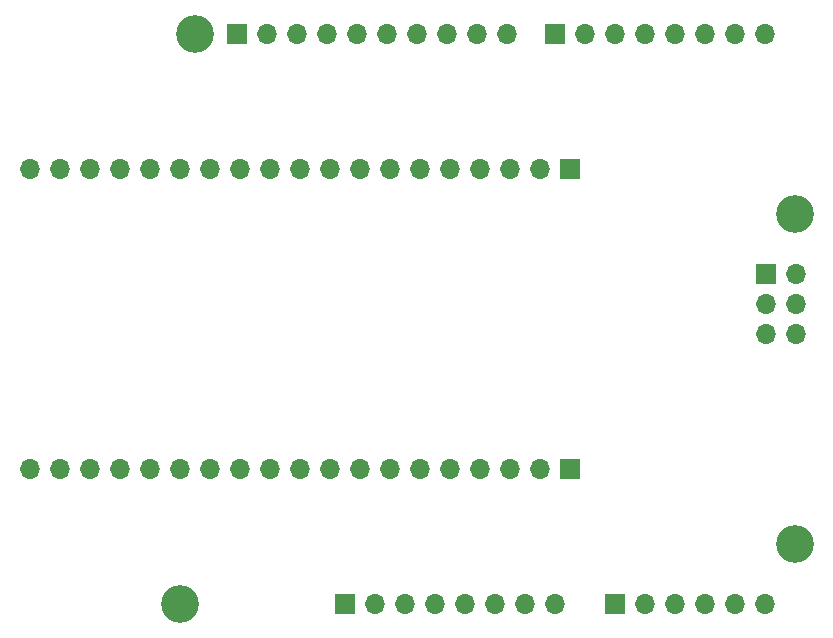
<source format=gbr>
%TF.GenerationSoftware,KiCad,Pcbnew,9.0.0*%
%TF.CreationDate,2025-03-17T21:04:27+02:00*%
%TF.ProjectId,dragino_esp,64726167-696e-46f5-9f65-73702e6b6963,rev?*%
%TF.SameCoordinates,Original*%
%TF.FileFunction,Soldermask,Top*%
%TF.FilePolarity,Negative*%
%FSLAX46Y46*%
G04 Gerber Fmt 4.6, Leading zero omitted, Abs format (unit mm)*
G04 Created by KiCad (PCBNEW 9.0.0) date 2025-03-17 21:04:27*
%MOMM*%
%LPD*%
G01*
G04 APERTURE LIST*
%ADD10O,1.700000X1.700000*%
%ADD11R,1.700000X1.700000*%
%ADD12C,3.200000*%
G04 APERTURE END LIST*
D10*
%TO.C,J7*%
X101270000Y-86010000D03*
X103810000Y-86010000D03*
X106350000Y-86010000D03*
X108890000Y-86010000D03*
X111430000Y-86010000D03*
X113970000Y-86010000D03*
X116510000Y-86010000D03*
X119050000Y-86010000D03*
X121590000Y-86010000D03*
X124130000Y-86010000D03*
X126670000Y-86010000D03*
X129210000Y-86010000D03*
X131750000Y-86010000D03*
X134290000Y-86010000D03*
X136830000Y-86010000D03*
X139370000Y-86010000D03*
X141910000Y-86010000D03*
X144450000Y-86010000D03*
D11*
X146990000Y-86010000D03*
%TD*%
%TO.C,J1*%
X127940000Y-97460000D03*
D10*
X130480000Y-97460000D03*
X133020000Y-97460000D03*
X135560000Y-97460000D03*
X138100000Y-97460000D03*
X140640000Y-97460000D03*
X143180000Y-97460000D03*
X145720000Y-97460000D03*
%TD*%
D11*
%TO.C,J3*%
X150800000Y-97460000D03*
D10*
X153340000Y-97460000D03*
X155880000Y-97460000D03*
X158420000Y-97460000D03*
X160960000Y-97460000D03*
X163500000Y-97460000D03*
%TD*%
D11*
%TO.C,J2*%
X118796000Y-49200000D03*
D10*
X121336000Y-49200000D03*
X123876000Y-49200000D03*
X126416000Y-49200000D03*
X128956000Y-49200000D03*
X131496000Y-49200000D03*
X134036000Y-49200000D03*
X136576000Y-49200000D03*
X139116000Y-49200000D03*
X141656000Y-49200000D03*
%TD*%
D11*
%TO.C,J4*%
X145720000Y-49200000D03*
D10*
X148260000Y-49200000D03*
X150800000Y-49200000D03*
X153340000Y-49200000D03*
X155880000Y-49200000D03*
X158420000Y-49200000D03*
X160960000Y-49200000D03*
X163500000Y-49200000D03*
%TD*%
D12*
%TO.C,MH1*%
X115240000Y-49200000D03*
%TD*%
D11*
%TO.C,J5*%
X163600000Y-69570000D03*
D10*
X166140000Y-69570000D03*
X163600000Y-72110000D03*
X166140000Y-72110000D03*
X163600000Y-74650000D03*
X166140000Y-74650000D03*
%TD*%
D12*
%TO.C,MH2*%
X113970000Y-97460000D03*
%TD*%
%TO.C,MH3*%
X166040000Y-64440000D03*
%TD*%
D11*
%TO.C,J6*%
X146990000Y-60650000D03*
D10*
X144450000Y-60650000D03*
X141910000Y-60650000D03*
X139370000Y-60650000D03*
X136830000Y-60650000D03*
X134290000Y-60650000D03*
X131750000Y-60650000D03*
X129210000Y-60650000D03*
X126670000Y-60650000D03*
X124130000Y-60650000D03*
X121590000Y-60650000D03*
X119050000Y-60650000D03*
X116510000Y-60650000D03*
X113970000Y-60650000D03*
X111430000Y-60650000D03*
X108890000Y-60650000D03*
X106350000Y-60650000D03*
X103810000Y-60650000D03*
X101270000Y-60650000D03*
%TD*%
D12*
%TO.C,MH4*%
X166040000Y-92380000D03*
%TD*%
M02*

</source>
